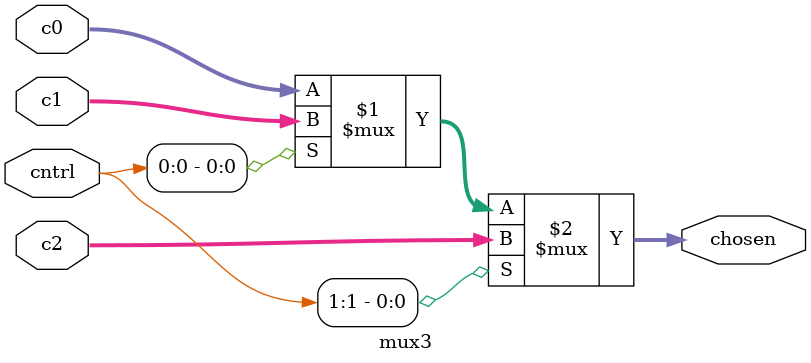
<source format=sv>
module mux3(
	input logic [31:0] c0, c1, c2,
	input logic [1:0] cntrl,
	output logic [31:0] chosen
);		
assign chosen = cntrl[1] ? c2 : cntrl[0] ? c1 : c0 ;		
endmodule

 
</source>
